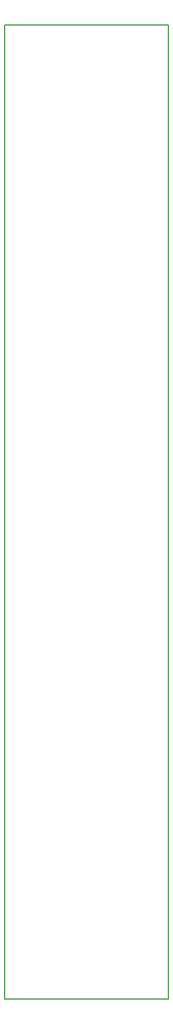
<source format=gbr>
G04 DipTrace 2.3.0.3*
%INBoardOutline.gbr*%
%MOMM*%
%ADD11C,0.14*%
%FSLAX53Y53*%
G04*
G71*
G90*
G75*
G01*
%LNBoardOutline*%
%LPD*%
X-11000Y8000D2*
D11*
X13000D1*
Y-134000D1*
X-11000D1*
Y8000D1*
M02*

</source>
